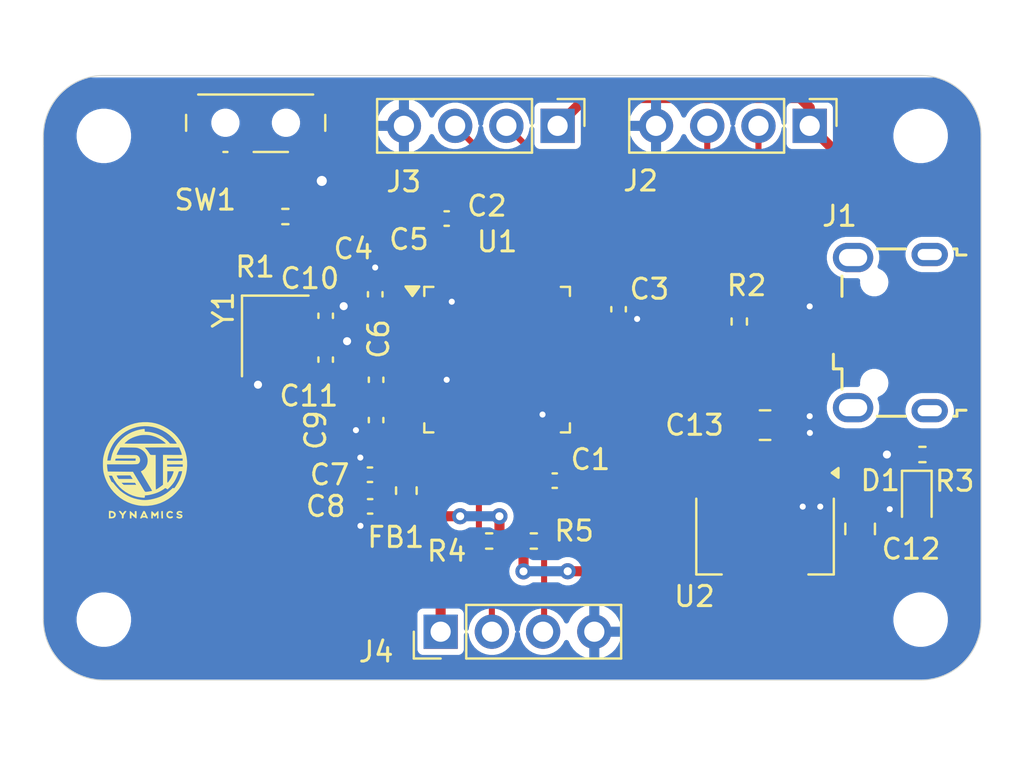
<source format=kicad_pcb>
(kicad_pcb (version 20240108) (generator "pcbnew") (generator_version "8.0")
  (layers (0 "F.Cu" signal) (31 "B.Cu" power) (34 "B.Paste" user) (35 "F.Paste" user) (36 "B.SilkS" user "B.Silkscreen") (37 "F.SilkS" user "F.Silkscreen") (38 "B.Mask" user) (39 "F.Mask" user) (44 "Edge.Cuts" user))
  (net 0 "")
  (net 1 "GND")
  (net 2 "+3.3V")
  (net 3 "+3.3VA")
  (net 4 "/NRST")
  (net 5 "/HSE_IN")
  (net 6 "/HSE_OUT")
  (net 7 "VBUS")
  (net 8 "/PWR_LED_K")
  (net 9 "/USB_D-")
  (net 11 "/USB_D+")
  (net 16 "/SWDIO")
  (net 17 "/SWCLK")
  (net 18 "/USART1_TX")
  (net 19 "/USART1_RX")
  (net 20 "/I2C2_SDA")
  (net 21 "/I2C2_SCL")
  (net 22 "/BOOT0")
  (net 23 "/SW_BOOT0")
  (footprint "MountingHole:MountingHole_2.2mm_M2" (layer "F.Cu") (at 167.5 118.4)
    (property "Reference" "H3" (hide yes))
    (property "Value" "MountingHole")
    (pad "" np_thru_hole circle (at 0 0) (size 2.2 2.2) (drill 2.2) (layers "*.Cu" "*.Mask"))
  )
  (footprint "Capacitor_SMD:C_0201_0603Metric" (layer "F.Cu") (at 144 99.677482)
    (property "Reference" "C5" (at -1.872334 -0.141844 0) (layer "F.SilkS"))
    (property "Value" "10u")
    (pad "1" smd roundrect (at -0.32 0) (size 0.46 0.4) (layers "F.Cu" "F.Mask") (net 2 "+3.3V"))
    (pad "2" smd roundrect (at 0.32 0) (size 0.46 0.4) (layers "F.Cu" "F.Mask") (net 1 "GND"))
  )
  (footprint "Capacitor_SMD:C_0402_1005Metric" (layer "F.Cu") (at 144 98.5)
    (property "Reference" "C2" (at 1.992479 -0.623937 0) (layer "F.SilkS"))
    (property "Value" "100n")
    (pad "1" smd roundrect (at -0.48 0) (size 0.56 0.62) (layers "F.Cu" "F.Paste" "F.Mask") (net 2 "+3.3V"))
    (pad "2" smd roundrect (at 0.48 0) (size 0.56 0.62) (layers "F.Cu" "F.Paste" "F.Mask") (net 1 "GND"))
  )
  (footprint "Capacitor_SMD:C_0402_1005Metric" (layer "F.Cu") (at 138 105.5 90)
    (property "Reference" "C11" (at -1.801299 -0.835019 180) (layer "F.SilkS"))
    (property "Value" "10pF")
    (pad "1" smd roundrect (at -0.48 0 90) (size 0.56 0.62) (layers "F.Cu" "F.Paste" "F.Mask") (net 6 "/HSE_OUT"))
    (pad "2" smd roundrect (at 0.48 0 90) (size 0.56 0.62) (layers "F.Cu" "F.Paste" "F.Mask") (net 1 "GND"))
  )
  (footprint "Resistor_SMD:R_0402_1005Metric" (layer "F.Cu") (at 136 98.4)
    (property "Reference" "R1" (at -1.5 2.5 0) (layer "F.SilkS"))
    (property "Value" "10k")
    (pad "1" smd roundrect (at -0.51 0) (size 0.54 0.64) (layers "F.Cu" "F.Paste" "F.Mask") (net 23 "/SW_BOOT0"))
    (pad "2" smd roundrect (at 0.51 0) (size 0.54 0.64) (layers "F.Cu" "F.Paste" "F.Mask") (net 22 "/BOOT0"))
  )
  (footprint "Crystal:Crystal_SMD_3225-4Pin_3.2x2.5mm" (layer "F.Cu") (at 135.5 104.324104 -90)
    (property "Reference" "Y1" (at -1.295113 2.578204 90) (layer "F.SilkS"))
    (property "Value" "16MHz")
    (pad "1" smd rect (at -1.1 0.85 270) (size 1.4 1.2) (layers "F.Cu" "F.Paste" "F.Mask") (net 5 "/HSE_IN"))
    (pad "2" smd rect (at 1.1 0.85 270) (size 1.4 1.2) (layers "F.Cu" "F.Paste" "F.Mask") (net 1 "GND"))
    (pad "3" smd rect (at 1.1 -0.85 270) (size 1.4 1.2) (layers "F.Cu" "F.Paste" "F.Mask") (net 6 "/HSE_OUT"))
    (pad "4" smd rect (at -1.1 -0.85 270) (size 1.4 1.2) (layers "F.Cu" "F.Paste" "F.Mask") (net 1 "GND"))
  )
  (footprint "Connector_PinHeader_2.54mm:PinHeader_1x04_P2.54mm_Vertical" (layer "F.Cu") (at 149.5 93.9 -90)
    (property "Reference" "J3" (at 2.775552 7.630284 180) (layer "F.SilkS"))
    (property "Value" "Conn_01x04_Pin")
    (pad "1" thru_hole rect (at 0 0 270) (size 1.7 1.7) (drill 1) (layers "*.Cu" "*.Mask") (net 2 "+3.3V"))
    (pad "2" thru_hole oval (at 0 2.54 270) (size 1.7 1.7) (drill 1) (layers "*.Cu" "*.Mask") (net 18 "/USART1_TX"))
    (pad "3" thru_hole oval (at 0 5.08 270) (size 1.7 1.7) (drill 1) (layers "*.Cu" "*.Mask") (net 19 "/USART1_RX"))
    (pad "4" thru_hole oval (at 0 7.62 270) (size 1.7 1.7) (drill 1) (layers "*.Cu" "*.Mask") (net 1 "GND"))
  )
  (footprint "Button_Switch_SMD:SW_SPDT_PCM12" (layer "F.Cu") (at 134.529126 94.076375 180)
    (property "Reference" "SW1" (at 2.5 -3.5 0) (layer "F.SilkS"))
    (property "Value" "SW_SPDT")
    (pad "" smd rect (at -3.65 -0.78 180) (size 1 0.8) (layers "F.Cu" "F.Paste" "F.Mask"))
    (pad "" smd rect (at -3.65 1.43 180) (size 1 0.8) (layers "F.Cu" "F.Paste" "F.Mask"))
    (pad "" np_thru_hole circle (at -1.5 0.33 180) (size 0.9 0.9) (drill 0.9) (layers "*.Cu" "*.Mask"))
    (pad "" np_thru_hole circle (at 1.5 0.33 180) (size 0.9 0.9) (drill 0.9) (layers "*.Cu" "*.Mask"))
    (pad "" smd rect (at 3.65 -0.78 180) (size 1 0.8) (layers "F.Cu" "F.Paste" "F.Mask"))
    (pad "" smd rect (at 3.65 1.43 180) (size 1 0.8) (layers "F.Cu" "F.Paste" "F.Mask"))
    (pad "1" smd rect (at -2.25 -1.43 180) (size 0.7 1.5) (layers "F.Cu" "F.Paste" "F.Mask") (net 1 "GND"))
    (pad "2" smd rect (at 0.75 -1.43 180) (size 0.7 1.5) (layers "F.Cu" "F.Paste" "F.Mask") (net 23 "/SW_BOOT0"))
    (pad "3" smd rect (at 2.25 -1.43 180) (size 0.7 1.5) (layers "F.Cu" "F.Paste" "F.Mask") (net 2 "+3.3V"))
  )
  (footprint "Package_QFP:LQFP-48_7x7mm_P0.5mm" (layer "F.Cu") (at 146.5 105.5)
    (property "Reference" "U1" (at 0 -5.85 0) (layer "F.SilkS"))
    (property "Value" "STM32F103C8T6")
    (pad "1" smd roundrect (at -4.1625 -2.75) (size 1.475 0.3) (layers "F.Cu" "F.Paste" "F.Mask") (net 2 "+3.3V"))
    (pad "2" smd roundrect (at -4.1625 -2.25) (size 1.475 0.3) (layers "F.Cu" "F.Paste" "F.Mask"))
    (pad "3" smd roundrect (at -4.1625 -1.75) (size 1.475 0.3) (layers "F.Cu" "F.Paste" "F.Mask"))
    (pad "4" smd roundrect (at -4.1625 -1.25) (size 1.475 0.3) (layers "F.Cu" "F.Paste" "F.Mask"))
    (pad "5" smd roundrect (at -4.1625 -0.75) (size 1.475 0.3) (layers "F.Cu" "F.Paste" "F.Mask") (net 5 "/HSE_IN"))
    (pad "6" smd roundrect (at -4.1625 -0.25) (size 1.475 0.3) (layers "F.Cu" "F.Paste" "F.Mask") (net 6 "/HSE_OUT"))
    (pad "7" smd roundrect (at -4.1625 0.25) (size 1.475 0.3) (layers "F.Cu" "F.Paste" "F.Mask") (net 4 "/NRST"))
    (pad "8" smd roundrect (at -4.1625 0.75) (size 1.475 0.3) (layers "F.Cu" "F.Paste" "F.Mask") (net 1 "GND"))
    (pad "9" smd roundrect (at -4.1625 1.25) (size 1.475 0.3) (layers "F.Cu" "F.Paste" "F.Mask") (net 3 "+3.3VA"))
    (pad "10" smd roundrect (at -4.1625 1.75) (size 1.475 0.3) (layers "F.Cu" "F.Paste" "F.Mask"))
    (pad "11" smd roundrect (at -4.1625 2.25) (size 1.475 0.3) (layers "F.Cu" "F.Paste" "F.Mask"))
    (pad "12" smd roundrect (at -4.1625 2.75) (size 1.475 0.3) (layers "F.Cu" "F.Paste" "F.Mask"))
    (pad "13" smd roundrect (at -2.75 4.1625) (size 0.3 1.475) (layers "F.Cu" "F.Paste" "F.Mask"))
    (pad "14" smd roundrect (at -2.25 4.1625) (size 0.3 1.475) (layers "F.Cu" "F.Paste" "F.Mask"))
    (pad "15" smd roundrect (at -1.75 4.1625) (size 0.3 1.475) (layers "F.Cu" "F.Paste" "F.Mask"))
    (pad "16" smd roundrect (at -1.25 4.1625) (size 0.3 1.475) (layers "F.Cu" "F.Paste" "F.Mask"))
    (pad "17" smd roundrect (at -0.75 4.1625) (size 0.3 1.475) (layers "F.Cu" "F.Paste" "F.Mask"))
    (pad "18" smd roundrect (at -0.25 4.1625) (size 0.3 1.475) (layers "F.Cu" "F.Paste" "F.Mask"))
    (pad "19" smd roundrect (at 0.25 4.1625) (size 0.3 1.475) (layers "F.Cu" "F.Paste" "F.Mask"))
    (pad "20" smd roundrect (at 0.75 4.1625) (size 0.3 1.475) (layers "F.Cu" "F.Paste" "F.Mask"))
    (pad "21" smd roundrect (at 1.25 4.1625) (size 0.3 1.475) (layers "F.Cu" "F.Paste" "F.Mask") (net 21 "/I2C2_SCL"))
    (pad "22" smd roundrect (at 1.75 4.1625) (size 0.3 1.475) (layers "F.Cu" "F.Paste" "F.Mask") (net 20 "/I2C2_SDA"))
    (pad "23" smd roundrect (at 2.25 4.1625) (size 0.3 1.475) (layers "F.Cu" "F.Paste" "F.Mask") (net 1 "GND"))
    (pad "24" smd roundrect (at 2.75 4.1625) (size 0.3 1.475) (layers "F.Cu" "F.Paste" "F.Mask") (net 2 "+3.3V"))
    (pad "25" smd roundrect (at 4.1625 2.75) (size 1.475 0.3) (layers "F.Cu" "F.Paste" "F.Mask"))
    (pad "26" smd roundrect (at 4.1625 2.25) (size 1.475 0.3) (layers "F.Cu" "F.Paste" "F.Mask"))
    (pad "27" smd roundrect (at 4.1625 1.75) (size 1.475 0.3) (layers "F.Cu" "F.Paste" "F.Mask"))
    (pad "28" smd roundrect (at 4.1625 1.25) (size 1.475 0.3) (layers "F.Cu" "F.Paste" "F.Mask"))
    (pad "29" smd roundrect (at 4.1625 0.75) (size 1.475 0.3) (layers "F.Cu" "F.Paste" "F.Mask"))
    (pad "30" smd roundrect (at 4.1625 0.25) (size 1.475 0.3) (layers "F.Cu" "F.Paste" "F.Mask"))
    (pad "31" smd roundrect (at 4.1625 -0.25) (size 1.475 0.3) (layers "F.Cu" "F.Paste" "F.Mask"))
    (pad "32" smd roundrect (at 4.1625 -0.75) (size 1.475 0.3) (layers "F.Cu" "F.Paste" "F.Mask") (net 9 "/USB_D-"))
    (pad "33" smd roundrect (at 4.1625 -1.25) (size 1.475 0.3) (layers "F.Cu" "F.Paste" "F.Mask") (net 11 "/USB_D+"))
    (pad "34" smd roundrect (at 4.1625 -1.75) (size 1.475 0.3) (layers "F.Cu" "F.Paste" "F.Mask") (net 16 "/SWDIO"))
    (pad "35" smd roundrect (at 4.1625 -2.25) (size 1.475 0.3) (layers "F.Cu" "F.Paste" "F.Mask") (net 1 "GND"))
    (pad "36" smd roundrect (at 4.1625 -2.75) (size 1.475 0.3) (layers "F.Cu" "F.Paste" "F.Mask") (net 2 "+3.3V"))
    (pad "37" smd roundrect (at 2.75 -4.1625) (size 0.3 1.475) (layers "F.Cu" "F.Paste" "F.Mask") (net 17 "/SWCLK"))
    (pad "38" smd roundrect (at 2.25 -4.1625) (size 0.3 1.475) (layers "F.Cu" "F.Paste" "F.Mask"))
    (pad "39" smd roundrect (at 1.75 -4.1625) (size 0.3 1.475) (layers "F.Cu" "F.Paste" "F.Mask"))
    (pad "40" smd roundrect (at 1.25 -4.1625) (size 0.3 1.475) (layers "F.Cu" "F.Paste" "F.Mask"))
    (pad "41" smd roundrect (at 0.75 -4.1625) (size 0.3 1.475) (layers "F.Cu" "F.Paste" "F.Mask"))
    (pad "42" smd roundrect (at 0.25 -4.1625) (size 0.3 1.475) (layers "F.Cu" "F.Paste" "F.Mask") (net 18 "/USART1_TX"))
    (pad "43" smd roundrect (at -0.25 -4.1625) (size 0.3 1.475) (layers "F.Cu" "F.Paste" "F.Mask") (net 19 "/USART1_RX"))
    (pad "44" smd roundrect (at -0.75 -4.1625) (size 0.3 1.475) (layers "F.Cu" "F.Paste" "F.Mask") (net 22 "/BOOT0"))
    (pad "45" smd roundrect (at -1.25 -4.1625) (size 0.3 1.475) (layers "F.Cu" "F.Paste" "F.Mask"))
    (pad "46" smd roundrect (at -1.75 -4.1625) (size 0.3 1.475) (layers "F.Cu" "F.Paste" "F.Mask"))
    (pad "47" smd roundrect (at -2.25 -4.1625) (size 0.3 1.475) (layers "F.Cu" "F.Paste" "F.Mask") (net 1 "GND"))
    (pad "48" smd roundrect (at -2.75 -4.1625) (size 0.3 1.475) (layers "F.Cu" "F.Paste" "F.Mask") (net 2 "+3.3V"))
  )
  (footprint "Capacitor_SMD:C_0402_1005Metric" (layer "F.Cu") (at 140.457034 102.258562 90)
    (property "Reference" "C4" (at 2.258562 -1.085634 180) (layer "F.SilkS"))
    (property "Value" "100n")
    (pad "1" smd roundrect (at -0.48 0 90) (size 0.56 0.62) (layers "F.Cu" "F.Paste" "F.Mask") (net 2 "+3.3V"))
    (pad "2" smd roundrect (at 0.48 0 90) (size 0.56 0.62) (layers "F.Cu" "F.Paste" "F.Mask") (net 1 "GND"))
  )
  (footprint "Capacitor_SMD:C_0402_1005Metric" (layer "F.Cu") (at 140.5 106.5 90)
    (property "Reference" "C6" (at 2.023068 0.122711 -90) (layer "F.SilkS"))
    (property "Value" "10n")
    (pad "1" smd roundrect (at -0.48 0 90) (size 0.56 0.62) (layers "F.Cu" "F.Paste" "F.Mask") (net 3 "+3.3VA"))
    (pad "2" smd roundrect (at 0.48 0 90) (size 0.56 0.62) (layers "F.Cu" "F.Paste" "F.Mask") (net 1 "GND"))
  )
  (footprint "Connector_USB:USB_Micro-B_Wuerth_629105150521" (layer "F.Cu") (at 166 104.158629 90)
    (property "Reference" "J1" (at 5.778828 -2.520398 180) (layer "F.SilkS"))
    (property "Value" "USB_B_Micro")
    (pad "" np_thru_hole oval (at -2.5 -0.8 90) (size 0.8 0.8) (drill 0.8) (layers "*.Cu" "*.Mask"))
    (pad "" np_thru_hole oval (at 2.5 -0.8 90) (size 0.8 0.8) (drill 0.8) (layers "*.Cu" "*.Mask"))
    (pad "1" smd rect (at -1.3 -1.9 90) (size 0.45 1.3) (layers "F.Cu" "F.Paste" "F.Mask") (net 7 "VBUS"))
    (pad "2" smd rect (at -0.65 -1.9 90) (size 0.45 1.3) (layers "F.Cu" "F.Paste" "F.Mask") (net 9 "/USB_D-"))
    (pad "3" smd rect (at 0 -1.9 90) (size 0.45 1.3) (layers "F.Cu" "F.Paste" "F.Mask") (net 11 "/USB_D+"))
    (pad "4" smd rect (at 0.65 -1.9 90) (size 0.45 1.3) (layers "F.Cu" "F.Paste" "F.Mask"))
    (pad "5" smd rect (at 1.3 -1.9 90) (size 0.45 1.3) (layers "F.Cu" "F.Paste" "F.Mask") (net 1 "GND"))
    (pad "6" thru_hole oval (at -3.875 1.95 90) (size 1.15 1.8) (drill oval 0.55 1.2) (layers "*.Cu" "*.Mask"))
    (pad "6" thru_hole oval (at -3.725 -1.85 90) (size 1.45 2) (drill oval 0.85 1.4) (layers "*.Cu" "*.Mask"))
    (pad "6" thru_hole oval (at 3.725 -1.85 90) (size 1.45 2) (drill oval 0.85 1.4) (layers "*.Cu" "*.Mask"))
    (pad "6" thru_hole oval (at 3.875 1.95 90) (size 1.15 1.8) (drill oval 0.55 1.2) (layers "*.Cu" "*.Mask"))
  )
  (footprint "LOGO" (layer "F.Cu") (at 129 111)
    (property "Reference" "G***" (hide yes))
    (property "Value" "LOGO" (hide yes))
  )
  (footprint "Capacitor_SMD:C_0805_2012Metric" (layer "F.Cu") (at 159.78591 108.749348)
    (property "Reference" "C13" (at -3.5 0 0) (layer "F.SilkS"))
    (property "Value" "22u")
    (pad "1" smd roundrect (at -0.95 0) (size 1 1.45) (layers "F.Cu" "F.Paste" "F.Mask") (net 7 "VBUS"))
    (pad "2" smd roundrect (at 0.95 0) (size 1 1.45) (layers "F.Cu" "F.Paste" "F.Mask") (net 1 "GND"))
  )
  (footprint "Capacitor_SMD:C_0402_1005Metric" (layer "F.Cu") (at 149.357734 111.505022 180)
    (property "Reference" "C1" (at -1.770132 1.050024 0) (layer "F.SilkS"))
    (property "Value" "100n")
    (pad "1" smd roundrect (at -0.48 0 180) (size 0.56 0.62) (layers "F.Cu" "F.Paste" "F.Mask") (net 2 "+3.3V"))
    (pad "2" smd roundrect (at 0.48 0 180) (size 0.56 0.62) (layers "F.Cu" "F.Paste" "F.Mask") (net 1 "GND"))
  )
  (footprint "MountingHole:MountingHole_2.2mm_M2" (layer "F.Cu") (at 127 94.4)
    (property "Reference" "H1" (hide yes))
    (property "Value" "MountingHole")
    (pad "" np_thru_hole circle (at 0 0) (size 2.2 2.2) (drill 2.2) (layers "*.Cu" "*.Mask"))
  )
  (footprint "Capacitor_SMD:C_0402_1005Metric" (layer "F.Cu") (at 152.52296 103 -90)
    (property "Reference" "C3" (at -1 -1.527919 180) (layer "F.SilkS"))
    (property "Value" "100n")
    (pad "1" smd roundrect (at -0.48 0 270) (size 0.56 0.62) (layers "F.Cu" "F.Paste" "F.Mask") (net 2 "+3.3V"))
    (pad "2" smd roundrect (at 0.48 0 270) (size 0.56 0.62) (layers "F.Cu" "F.Paste" "F.Mask") (net 1 "GND"))
  )
  (footprint "Resistor_SMD:R_0402_1005Metric" (layer "F.Cu") (at 146.107044 114.5 180)
    (property "Reference" "R4" (at 2.107044 -0.5 0) (layer "F.SilkS"))
    (property "Value" "2k2")
    (pad "1" smd roundrect (at -0.51 0 180) (size 0.54 0.64) (layers "F.Cu" "F.Paste" "F.Mask") (net 2 "+3.3V"))
    (pad "2" smd roundrect (at 0.51 0 180) (size 0.54 0.64) (layers "F.Cu" "F.Paste" "F.Mask") (net 21 "/I2C2_SCL"))
  )
  (footprint "Capacitor_SMD:C_0402_1005Metric" (layer "F.Cu") (at 140.5 108.5 -90)
    (property "Reference" "C9" (at 0.5 3 90) (layer "F.SilkS"))
    (property "Value" "100n")
    (pad "1" smd roundrect (at -0.48 0 270) (size 0.56 0.62) (layers "F.Cu" "F.Paste" "F.Mask") (net 4 "/NRST"))
    (pad "2" smd roundrect (at 0.48 0 270) (size 0.56 0.62) (layers "F.Cu" "F.Paste" "F.Mask") (net 1 "GND"))
  )
  (footprint "Capacitor_SMD:C_0805_2012Metric" (layer "F.Cu") (at 164.5 113.9 90)
    (property "Reference" "C12" (at -1 2.525973 180) (layer "F.SilkS"))
    (property "Value" "22u")
    (pad "1" smd roundrect (at -0.95 0 90) (size 1 1.45) (layers "F.Cu" "F.Paste" "F.Mask") (net 2 "+3.3V"))
    (pad "2" smd roundrect (at 0.95 0 90) (size 1 1.45) (layers "F.Cu" "F.Paste" "F.Mask") (net 1 "GND"))
  )
  (footprint "Resistor_SMD:R_0402_1005Metric" (layer "F.Cu") (at 167.589356 110.207051 180)
    (property "Reference" "R3" (at -1.598484 -1.321581 180) (layer "F.SilkS"))
    (property "Value" "1k5")
    (pad "1" smd roundrect (at -0.51 0 180) (size 0.54 0.64) (layers "F.Cu" "F.Paste" "F.Mask") (net 8 "/PWR_LED_K"))
    (pad "2" smd roundrect (at 0.51 0 180) (size 0.54 0.64) (layers "F.Cu" "F.Paste" "F.Mask") (net 1 "GND"))
  )
  (footprint "Inductor_SMD:L_0603_1608Metric" (layer "F.Cu") (at 142 112 90)
    (property "Reference" "FB1" (at -2.313255 -0.523344 180) (layer "F.SilkS"))
    (property "Value" "120R")
    (pad "1" smd roundrect (at -0.7875 0 90) (size 0.875 0.95) (layers "F.Cu" "F.Paste" "F.Mask") (net 2 "+3.3V"))
    (pad "2" smd roundrect (at 0.7875 0 90) (size 0.875 0.95) (layers "F.Cu" "F.Paste" "F.Mask") (net 3 "+3.3VA"))
  )
  (footprint "Package_TO_SOT_SMD:SOT-223-3_TabPin2" (layer "F.Cu") (at 159.78591 114.249348 -90)
    (property "Reference" "U2" (at 3 3.5 180) (layer "F.SilkS"))
    (property "Value" "AMS1117-3.3")
    (pad "1" smd roundrect (at -3.15 -2.3 270) (size 2 1.5) (layers "F.Cu" "F.Paste" "F.Mask") (net 1 "GND"))
    (pad "2" smd roundrect (at -3.15 0 270) (size 2 1.5) (layers "F.Cu" "F.Paste" "F.Mask") (net 2 "+3.3V"))
    (pad "2" smd roundrect (at 3.15 0 270) (size 2 3.8) (layers "F.Cu" "F.Paste" "F.Mask") (net 2 "+3.3V"))
    (pad "3" smd roundrect (at -3.15 2.3 270) (size 2 1.5) (layers "F.Cu" "F.Paste" "F.Mask") (net 7 "VBUS"))
  )
  (footprint "Resistor_SMD:R_0402_1005Metric" (layer "F.Cu") (at 158.507519 103.609117 -90)
    (property "Reference" "R2" (at -1.785299 -0.363111 0) (layer "F.SilkS"))
    (property "Value" "1k5")
    (pad "1" smd roundrect (at -0.51 0 270) (size 0.54 0.64) (layers "F.Cu" "F.Paste" "F.Mask") (net 2 "+3.3V"))
    (pad "2" smd roundrect (at 0.51 0 270) (size 0.54 0.64) (layers "F.Cu" "F.Paste" "F.Mask") (net 11 "/USB_D+"))
  )
  (footprint "Resistor_SMD:R_0402_1005Metric" (layer "F.Cu") (at 148.32 114.5)
    (property "Reference" "R5" (at 2 -0.5 0) (layer "F.SilkS"))
    (property "Value" "2k2")
    (pad "1" smd roundrect (at -0.51 0) (size 0.54 0.64) (layers "F.Cu" "F.Paste" "F.Mask") (net 2 "+3.3V"))
    (pad "2" smd roundrect (at 0.51 0) (size 0.54 0.64) (layers "F.Cu" "F.Paste" "F.Mask") (net 20 "/I2C2_SDA"))
  )
  (footprint "LED_SMD:LED_0603_1608Metric" (layer "F.Cu") (at 167.310923 112.5 -90)
    (property "Reference" "D1" (at -1 1.810923 180) (layer "F.SilkS"))
    (property "Value" "RED")
    (pad "1" smd roundrect (at -0.7875 0 270) (size 0.875 0.95) (layers "F.Cu" "F.Paste" "F.Mask") (net 8 "/PWR_LED_K"))
    (pad "2" smd roundrect (at 0.7875 0 270) (size 0.875 0.95) (layers "F.Cu" "F.Paste" "F.Mask") (net 2 "+3.3V"))
  )
  (footprint "Capacitor_SMD:C_0402_1005Metric" (layer "F.Cu") (at 140.204344 112.780833 180)
    (property "Reference" "C8" (at 2.204344 0 0) (layer "F.SilkS"))
    (property "Value" "1u")
    (pad "1" smd roundrect (at -0.48 0 180) (size 0.56 0.62) (layers "F.Cu" "F.Paste" "F.Mask") (net 2 "+3.3V"))
    (pad "2" smd roundrect (at 0.48 0 180) (size 0.56 0.62) (layers "F.Cu" "F.Paste" "F.Mask") (net 1 "GND"))
  )
  (footprint "Connector_PinHeader_2.54mm:PinHeader_1x04_P2.54mm_Vertical" (layer "F.Cu") (at 143.7 119 90)
    (property "Reference" "J4" (at -1 -3.2 180) (layer "F.SilkS"))
    (property "Value" "Conn_01x04_Pin")
    (pad "1" thru_hole rect (at 0 0 90) (size 1.7 1.7) (drill 1) (layers "*.Cu" "*.Mask") (net 2 "+3.3V"))
    (pad "2" thru_hole oval (at 0 2.54 90) (size 1.7 1.7) (drill 1) (layers "*.Cu" "*.Mask") (net 21 "/I2C2_SCL"))
    (pad "3" thru_hole oval (at 0 5.08 90) (size 1.7 1.7) (drill 1) (layers "*.Cu" "*.Mask") (net 20 "/I2C2_SDA"))
    (pad "4" thru_hole oval (at 0 7.62 90) (size 1.7 1.7) (drill 1) (layers "*.Cu" "*.Mask") (net 1 "GND"))
  )
  (footprint "Capacitor_SMD:C_0402_1005Metric" (layer "F.Cu") (at 138 103.324104 90)
    (property "Reference" "C10" (at 1.851299 -0.786177 180) (layer "F.SilkS"))
    (property "Value" "10pF")
    (pad "1" smd roundrect (at -0.48 0 90) (size 0.56 0.62) (layers "F.Cu" "F.Paste" "F.Mask") (net 5 "/HSE_IN"))
    (pad "2" smd roundrect (at 0.48 0 90) (size 0.56 0.62) (layers "F.Cu" "F.Paste" "F.Mask") (net 1 "GND"))
  )
  (footprint "MountingHole:MountingHole_2.2mm_M2" (layer "F.Cu") (at 167.5 94.4)
    (property "Reference" "H2" (hide yes))
    (property "Value" "MountingHole")
    (pad "" np_thru_hole circle (at 0 0) (size 2.2 2.2) (drill 2.2) (layers "*.Cu" "*.Mask"))
  )
  (footprint "Capacitor_SMD:C_0402_1005Metric" (layer "F.Cu") (at 140.196039 111.211575 180)
    (property "Reference" "C7" (at 2 0 0) (layer "F.SilkS"))
    (property "Value" "1u")
    (pad "1" smd roundrect (at -0.48 0 180) (size 0.56 0.62) (layers "F.Cu" "F.Paste" "F.Mask") (net 3 "+3.3VA"))
    (pad "2" smd roundrect (at 0.48 0 180) (size 0.56 0.62) (layers "F.Cu" "F.Paste" "F.Mask") (net 1 "GND"))
  )
  (footprint "Connector_PinHeader_2.54mm:PinHeader_1x04_P2.54mm_Vertical" (layer "F.Cu") (at 162 93.9 -90)
    (property "Reference" "J2" (at 2.730532 8.382906 180) (layer "F.SilkS"))
    (property "Value" "Conn_01x04_Pin")
    (pad "1" thru_hole rect (at 0 0 270) (size 1.7 1.7) (drill 1) (layers "*.Cu" "*.Mask") (net 2 "+3.3V"))
    (pad "2" thru_hole oval (at 0 2.54 270) (size 1.7 1.7) (drill 1) (layers "*.Cu" "*.Mask") (net 16 "/SWDIO"))
    (pad "3" thru_hole oval (at 0 5.08 270) (size 1.7 1.7) (drill 1) (layers "*.Cu" "*.Mask") (net 17 "/SWCLK"))
    (pad "4" thru_hole oval (at 0 7.62 270) (size 1.7 1.7) (drill 1) (layers "*.Cu" "*.Mask") (net 1 "GND"))
  )
  (footprint "MountingHole:MountingHole_2.2mm_M2" (layer "F.Cu") (at 127 118.4)
    (property "Reference" "H4" (hide yes))
    (property "Value" "MountingHole")
    (pad "" np_thru_hole circle (at 0 0) (size 2.2 2.2) (drill 2.2) (layers "*.Cu" "*.Mask"))
  )
  (gr_arc (start 124 94.4) (mid 124.87868 92.27868) (end 127 91.4) (stroke (width 0.05)) (layer "Edge.Cuts"))
  (gr_line (start 124 118.4) (end 124 94.9) (stroke (width 0.05)) (layer "Edge.Cuts"))
  (gr_arc (start 167.5 91.4) (mid 169.62132 92.27868) (end 170.5 94.4) (stroke (width 0.05)) (layer "Edge.Cuts"))
  (gr_line (start 124 94.9) (end 124 94.4) (stroke (width 0.05)) (layer "Edge.Cuts"))
  (gr_line (start 167 121.4) (end 167.5 121.4) (stroke (width 0.05)) (layer "Edge.Cuts"))
  (gr_line (start 170.5 94.9) (end 170.5 94.4) (stroke (width 0.05)) (layer "Edge.Cuts"))
  (gr_line (start 167 121.4) (end 127 121.4) (stroke (width 0.05)) (layer "Edge.Cuts"))
  (gr_arc (start 170.5 118.4) (mid 169.62132 120.52132) (end 167.5 121.4) (stroke (width 0.05)) (layer "Edge.Cuts"))
  (gr_line (start 127 91.4) (end 167 91.4) (stroke (width 0.05)) (layer "Edge.Cuts"))
  (gr_line (start 170.5 94.9) (end 170.5 118.4) (stroke (width 0.05)) (layer "Edge.Cuts"))
  (gr_line (start 167 91.4) (end 167.5 91.4) (stroke (width 0.05)) (layer "Edge.Cuts"))
  (gr_arc (start 127 121.4) (mid 124.87868 120.52132) (end 124 118.4) (stroke (width 0.05)) (layer "Edge.Cuts"))
  (segment (start 134.643806 106.743364) (end 134.65 106.73717) (width 0.5) (layer "F.Cu") (net 1))
  (segment (start 144.25 100.49688) (end 144.32 100.42688) (width 0.3) (layer "F.Cu") (net 1))
  (segment (start 152.52296 103.48) (end 152.832959 103.48) (width 0.3) (layer "F.Cu") (net 1))
  (segment (start 167.079356 110.207051) (end 165.828832 110.207051) (width 0.5) (layer "F.Cu") (net 1))
  (segment (start 139.5 109) (end 139.503801 108.996199) (width 0.5) (layer "F.Cu") (net 1))
  (segment (start 139.717543 110.782457) (end 139.717543 110.359503) (width 0.5) (layer "F.Cu") (net 1))
  (segment (start 144.32 99.38467) (end 144.48 99.22467) (width 0.3) (layer "F.Cu") (net 1))
  (segment (start 144.32 99.677482) (end 144.32 99.38467) (width 0.3) (layer "F.Cu") (net 1))
  (segment (start 137.132983 96.632983) (end 137.806973 96.632983) (width 0.5) (layer "F.Cu") (net 1))
  (segment (start 152.833899 103.48094) (end 153.442822 103.48094) (width 0.3) (layer "F.Cu") (net 1))
  (segment (start 136.779126 96.279126) (end 137.132983 96.632983) (width 0.5) (layer "F.Cu") (net 1))
  (segment (start 144.48 99.22467) (end 144.48 98.5) (width 0.3) (layer "F.Cu") (net 1))
  (segment (start 139.503801 108.996199) (end 140.479658 108.996199) (width 0.5) (layer "F.Cu") (net 1))
  (segment (start 141.49688 106.25) (end 141.26688 106.02) (width 0.3) (layer "F.Cu") (net 1))
  (segment (start 142.3375 106.25) (end 141.49688 106.25) (width 0.3) (layer "F.Cu") (net 1))
  (segment (start 143.5 106.5) (end 143.25 106.25) (width 0.3) (layer "F.Cu") (net 1))
  (segment (start 148.75 109.6625) (end 148.75 108.226123) (width 0.3) (layer "F.Cu") (net 1))
  (segment (start 138.890013 102.844104) (end 138.893305 102.847396) (width 0.5) (layer "F.Cu") (net 1))
  (segment (start 140.457034 100.930707) (end 140.454341 100.928014) (width 0.5) (layer "F.Cu") (net 1))
  (segment (start 164.1 102.858629) (end 162 102.858629) (width 0.3) (layer "F.Cu") (net 1))
  (segment (start 152.832959 103.48) (end 152.833899 103.48094) (width 0.3) (layer "F.Cu") (net 1))
  (segment (start 134.65 106.73717) (end 134.65 105.424104) (width 0.5) (layer "F.Cu") (net 1))
  (segment (start 138 102.844104) (end 136.73 102.844104) (width 0.5) (layer "F.Cu") (net 1))
  (segment (start 148.75 111.377288) (end 148.877734 111.505022) (width 0.3) (layer "F.Cu") (net 1))
  (segment (start 144 106.5) (end 143.5 106.5) (width 0.3) (layer "F.Cu") (net 1))
  (segment (start 144.25 102.623458) (end 144.251856 102.625314) (width 0.3) (layer "F.Cu") (net 1))
  (segment (start 138 102.844104) (end 138.890013 102.844104) (width 0.5) (layer "F.Cu") (net 1))
  (segment (start 136.779126 95.506375) (end 136.779126 96.279126) (width 0.5) (layer "F.Cu") (net 1))
  (segment (start 138.626188 105.02) (end 139.061001 104.585187) (width 0.5) (layer "F.Cu") (net 1))
  (segment (start 144.25 101.3375) (end 144.25 100.49688) (width 0.3) (layer "F.Cu") (net 1))
  (segment (start 136.779126 96.279126) (end 137 96.5) (width 0.5) (layer "F.Cu") (net 1))
  (segment (start 148.75 109.6625) (end 148.75 111.377288) (width 0.3) (layer "F.Cu") (net 1))
  (segment (start 151.709209 103.25) (end 151.939209 103.48) (width 0.3) (layer "F.Cu") (net 1))
  (segment (start 139.724344 112.780833) (end 139.724344 113.746545) (width 0.5) (layer "F.Cu") (net 1))
  (segment (start 138 105.02) (end 138.626188 105.02) (width 0.5) (layer "F.Cu") (net 1))
  (segment (start 150.6625 103.25) (end 151.709209 103.25) (width 0.3) (layer "F.Cu") (net 1))
  (segment (start 144.25 101.3375) (end 144.25 102.623458) (width 0.3) (layer "F.Cu") (net 1))
  (segment (start 141.26688 106.02) (end 140.5 106.02) (width 0.3) (layer "F.Cu") (net 1))
  (segment (start 148.75 108.226123) (end 148.752065 108.224058) (width 0.3) (layer "F.Cu") (net 1))
  (segment (start 143.25 106.25) (end 142.3375 106.25) (width 0.3) (layer "F.Cu") (net 1))
  (segment (start 139.716039 110.783961) (end 139.717543 110.782457) (width 0.5) (layer "F.Cu") (net 1))
  (segment (start 151.939209 103.48) (end 152.52296 103.48) (width 0.3) (layer "F.Cu") (net 1))
  (segment (start 140.457034 101.778562) (end 140.457034 100.930707) (width 0.5) (layer "F.Cu") (net 1))
  (segment (start 136.73 102.844104) (end 136.35 103.224104) (width 0.5) (layer "F.Cu") (net 1))
  (segment (start 139.716039 111.211575) (end 139.716039 110.783961) (width 0.5) (layer "F.Cu") (net 1))
  (segment (start 144.32 100.42688) (end 144.32 99.677482) (width 0.3) (layer "F.Cu") (net 1))
  (via (at 139.5 109) (size 0.6) (drill 0.3) (layers "F.Cu" "B.Cu") (net 1))
  (via (at 162 102.858629) (size 0.8) (drill 0.3) (layers "F.Cu" "B.Cu") (net 1))
  (via (at 162.009119 109.136798) (size 0.7) (drill 0.3) (layers "F.Cu" "B.Cu") (net 1))
  (via (at 140.454341 100.928014) (size 0.6) (drill 0.3) (layers "F.Cu" "B.Cu") (net 1))
  (via (at 139.061001 104.585187) (size 0.8) (drill 0.4) (layers "F.Cu" "B.Cu") (net 1))
  (via (at 137.806973 96.632983) (size 1) (drill 0.5) (layers "F.Cu" "B.Cu") (net 1))
  (via (at 144.251856 102.625314) (size 0.6) (drill 0.3) (layers "F.Cu" "B.Cu") (net 1))
  (via (at 165.828832 110.207051) (size 0.8) (drill 0.4) (layers "F.Cu" "B.Cu") (net 1))
  (via (at 153.442822 103.48094) (size 0.8) (drill 0.3) (layers "F.Cu" "B.Cu") (net 1))
  (via (at 138.893305 102.847396) (size 0.8) (drill 0.4) (layers "F.Cu" "B.Cu") (net 1))
  (via (at 144 106.5) (size 0.6) (drill 0.3) (layers "F.Cu" "B.Cu") (net 1))
  (via (at 139.724344 113.746545) (size 0.6) (drill 0.3) (layers "F.Cu" "B.Cu") (net 1))
  (via (at 165.969242 112.92101) (size 0.7) (drill 0.3) (layers "F.Cu" "B.Cu") (net 1))
  (via (at 162 108.306888) (size 0.7) (drill 0.3) (layers "F.Cu" "B.Cu") (net 1))
  (via (at 148.752065 108.224058) (size 0.6) (drill 0.3) (layers "F.Cu" "B.Cu") (net 1))
  (via (at 161.654419 112.792651) (size 0.7) (drill 0.3) (layers "F.Cu" "B.Cu") (net 1))
  (via (at 134.643806 106.743364) (size 0.8) (drill 0.4) (layers "F.Cu" "B.Cu") (net 1))
  (via (at 162.523308 112.792651) (size 0.7) (drill 0.3) (layers "F.Cu" "B.Cu") (net 1))
  (via (at 139.717543 110.359503) (size 0.6) (drill 0.3) (layers "F.Cu" "B.Cu") (net 1))
  (segment (start 146.617044 114.5) (end 146.617044 113.272693) (width 0.5) (layer "F.Cu") (net 2))
  (segment (start 151.75 102.75) (end 151.98 102.52) (width 0.3) (layer "F.Cu") (net 2))
  (segment (start 143.68 99.383191) (end 143.52 99.223191) (width 0.3) (layer "F.Cu") (net 2))
  (segment (start 154 116) (end 152.5 116) (width 0.5) (layer "F.Cu") (net 2))
  (segment (start 158.5 98.5) (end 154.48 102.52) (width 0.5) (layer "F.Cu") (net 2))
  (segment (start 133 101) (end 133 100) (width 0.5) (layer "F.Cu") (net 2))
  (segment (start 164.5 117) (end 162 119.5) (width 0.5) (layer "F.Cu") (net 2))
  (segment (start 152.5 116) (end 149.837734 113.337734) (width 0.5) (layer "F.Cu") (net 2))
  (segment (start 140.147035 102.738562) (end 140.457034 102.738562) (width 0.5) (layer "F.Cu") (net 2))
  (segment (start 143.68 100.42688) (end 143.68 99.677482) (width 0.3) (layer "F.Cu") (net 2))
  (segment (start 140.691011 112.7875) (end 140.684344 112.780833) (width 0.5) (layer "F.Cu") (net 2))
  (segment (start 143.75 101.3375) (end 143.75 100.49688) (width 0.3) (layer "F.Cu") (net 2))
  (segment (start 143.68 99.677482) (end 143.68 99.383191) (width 0.3) (layer "F.Cu") (net 2))
  (segment (start 149.837734 111.049311) (end 149.837734 111.505022) (width 0.3) (layer "F.Cu") (net 2))
  (segment (start 164.5 114.85) (end 164.5 117) (width 0.5) (layer "F.Cu") (net 2))
  (segment (start 157.5 119.5) (end 154 116) (width 0.5) (layer "F.Cu") (net 2))
  (segment (start 132.279126 99.279126) (end 132.279126 95.506375) (width 0.5) (layer "F.Cu") (net 2))
  (segment (start 140.468472 102.75) (end 140.457034 102.738562) (width 0.3) (layer "F.Cu") (net 2))
  (segment (start 154.48 102.52) (end 152.52296 102.52) (width 0.5) (layer "F.Cu") (net 2))
  (segment (start 143.7 114) (end 143.7 115) (width 0.5) (layer "F.Cu") (net 2))
  (segment (start 152.5 116) (end 150 116) (width 0.5) (layer "F.Cu") (net 2))
  (segment (start 166.354056 101.675984) (end 166.354056 98.254056) (width 0.5) (layer "F.Cu") (net 2))
  (segment (start 158.507519 98.507519) (end 158.507519 103.099117) (width 0.5) (layer "F.Cu") (net 2))
  (segment (start 146.617044 114.5) (end 147.81 114.5) (width 0.5) (layer "F.Cu") (net 2))
  (segment (start 138.408473 101) (end 140.147035 102.738562) (width 0.5) (layer "F.Cu") (net 2))
  (segment (start 167.7125 113.2875) (end 169.678072 111.321928) (width 0.5) (layer "F.Cu") (net 2))
  (segment (start 147.81 116.00274) (end 147.806965 116.005775) (width 0.5) (layer "F.Cu") (net 2))
  (segment (start 133 111) (end 133 101) (width 0.5) (layer "F.Cu") (net 2))
  (segment (start 143.297279 112.78575) (end 143.295529 112.7875) (width 0.5) (layer "F.Cu") (net 2))
  (segment (start 140.908473 98.5) (end 143.52 98.5) (width 0.5) (layer "F.Cu") (net 2))
  (segment (start 143.782633 113.271104) (end 143.7 113.353737) (width 0.5) (layer "F.Cu") (net 2))
  (segment (start 149.25 109.6625) (end 149.25 110.461577) (width 0.3) (layer "F.Cu") (net 2))
  (segment (start 149.25 110.461577) (end 149.837734 111.049311) (width 0.3) (layer "F.Cu") (net 2))
  (segment (start 133 100) (end 132.279126 99.279126) (width 0.5) (layer "F.Cu") (net 2))
  (segment (start 161.519377 92.519377) (end 150.880623 92.519377) (width 0.5) (layer "F.Cu") (net 2))
  (segment (start 138.408473 101) (end 140.908473 98.5) (width 0.5) (layer "F.Cu") (net 2))
  (segment (start 169.678072 111.321928) (end 169.678072 105) (width 0.5) (layer "F.Cu") (net 2))
  (segment (start 133 101) (end 138.408473 101) (width 0.5) (layer "F.Cu") (net 2))
  (segment (start 165.748423 114.85) (end 167.310923 113.2875) (width 0.5) (layer "F.Cu") (net 2))
  (segment (start 162 93) (end 161.519377 92.519377) (width 0.5) (layer "F.Cu") (net 2))
  (segment (start 144.667133 113.271104) (end 143.782633 113.271104) (width 0.5) (layer "F.Cu") (net 2))
  (segment (start 166.354056 98.254056) (end 164.05 95.95) (width 0.5) (layer "F.Cu") (net 2))
  (segment (start 146.617044 113.272693) (end 146.615455 113.271104) (width 0.5) (layer "F.Cu") (net 2))
  (segment (start 164.5 114.85) (end 165.748423 114.85) (width 0.5) (layer "F.Cu") (net 2))
  (segment (start 161.05 95.95) (end 158.5 98.5) (width 0.5) (layer "F.Cu") (net 2))
  (segment (start 164.05 95.95) (end 161.05 95.95) (width 0.5) (layer "F.Cu") (net 2))
  (segment (start 150.880623 92.519377) (end 149.5 93.9) (width 0.5) (layer "F.Cu") (net 2))
  (segment (start 142 112.7875) (end 140.691011 112.7875) (width 0.5) (layer "F.Cu") (net 2))
  (segment (start 143.52 99.223191) (end 143.52 98.5) (width 0.3) (layer "F.Cu") (net 2))
  (segment (start 147.81 114.5) (end 147.81 116.00274) (width 0.5) (layer "F.Cu") (net 2))
  (segment (start 143.7 115) (end 143.7 119) (width 0.5) (layer "F.Cu") (net 2))
  (segment (start 143.659175 114) (end 142.368 115.291175) (width 0.5) (layer "F.Cu") (net 2))
  (segment (start 143.75 100.49688) (end 143.68 100.42688) (width 0.3) (layer "F.Cu") (net 2))
  (segment (start 142.3375 102.75) (end 140.468472 102.75) (width 0.3) (layer "F.Cu") (net 2))
  (segment (start 169.678072 105) (end 166.354056 101.675984) (width 0.5) (layer "F.Cu") (net 2))
  (segment (start 150.6625 102.75) (end 151.75 102.75) (width 0.3) (layer "F.Cu") (net 2))
  (segment (start 167.310923 113.2875) (end 167.7125 113.2875) (width 0.5) (layer "F.Cu") (net 2))
  (segment (start 143.782633 113.271104) (end 143.297279 112.78575) (width 0.5) (layer "F.Cu") (net 2))
  (segment (start 142.368 115.291175) (end 137.291175 115.291175) (width 0.5) (layer "F.Cu") (net 2))
  (segment (start 162 119.5) (end 157.5 119.5) (width 0.5) (layer "F.Cu") (net 2))
  (segment (start 162 93.9) (end 162 93) (width 0.5) (layer "F.Cu") (net 2))
  (segment (start 151.98 102.52) (end 152.52296 102.52) (width 0.3) (layer "F.Cu") (net 2))
  (segment (start 164.05 95.95) (end 162 93.9) (width 0.5) (layer "F.Cu") (net 2))
  (segment (start 158.5 98.5) (end 158.507519 98.507519) (width 0.5) (layer "F.Cu") (net 2))
  (segment (start 137.291175 115.291175) (end 133 111) (width 0.5) (layer "F.Cu") (net 2))
  (segment (start 149.837734 113.337734) (end 149.837734 111.505022) (width 0.5) (layer "F.Cu") (net 2))
  (segment (start 143.7 113.353737) (end 143.7 114) (width 0.5) (layer "F.Cu") (net 2))
  (segment (start 143.7 114) (end 143.659175 114) (width 0.5) (layer "F.Cu") (net 2))
  (segment (start 143.295529 112.7875) (end 142 112.7875) (width 0.5) (layer "F.Cu") (net 2))
  (via (at 146.615455 113.271104) (size 0.8) (drill 0.4) (layers "F.Cu" "B.Cu") (net 2))
  (via (at 150 116) (size 0.8) (drill 0.4) (layers "F.Cu" "B.Cu") (net 2))
  (via (at 147.806965 116.005775) (size 0.8) (drill 0.4) (layers "F.Cu" "B.Cu") (net 2))
  (via (at 144.667133 113.271104) (size 0.8) (drill 0.4) (layers "F.Cu" "B.Cu") (net 2))
  (segment (start 150 116) (end 147.81274 116) (width 0.5) (layer "B.Cu") (net 2))
  (segment (start 147.81274 116) (end 147.806965 116.005775) (width 0.5) (layer "B.Cu") (net 2))
  (segment (start 146.615455 113.271104) (end 144.667133 113.271104) (width 0.5) (layer "B.Cu") (net 2))
  (segment (start 138.5 111.5) (end 138.871575 111.871575) (width 0.3) (layer "F.Cu") (net 3))
  (segment (start 140.676039 111.532441) (end 140.676039 111.211575) (width 0.3) (layer "F.Cu") (net 3))
  (segment (start 138.871575 111.871575) (end 140.336905 111.871575) (width 0.3) (layer "F.Cu") (net 3))
  (segment (start 141.49688 106.75) (end 141.26688 106.98) (width 0.3) (layer "F.Cu") (net 3))
  (segment (start 138.5 108) (end 138.5 111.5) (width 0.3) (layer "F.Cu") (net 3))
  (segment (start 140.336905 111.871575) (end 140.676039 111.532441) (width 0.3) (layer "F.Cu") (net 3))
  (segment (start 140.676039 111.211575) (end 141.999075 111.211575) (width 0.5) (layer "F.Cu") (net 3))
  (segment (start 139.52 106.98) (end 138.5 108) (width 0.3) (layer "F.Cu") (net 3))
  (segment (start 142.3375 106.75) (end 141.49688 106.75) (width 0.3) (layer "F.Cu") (net 3))
  (segment (start 141.999075 111.211575) (end 142 111.2125) (width 0.5) (layer "F.Cu") (net 3))
  (segment (start 140.5 106.98) (end 139.52 106.98) (width 0.3) (layer "F.Cu") (net 3))
  (segment (start 141.26688 106.98) (end 140.5 106.98) (width 0.3) (layer "F.Cu") (net 3))
  (segment (start 144.55651 105.75) (end 145 106.19349) (width 0.3) (layer "F.Cu") (net 4))
  (segment (start 141.5 109) (end 141.5 108.973154) (width 0.3) (layer "F.Cu") (net 4))
  (segment (start 141.5 108.973154) (end 140.546846 108.02) (width 0.3) (layer "F.Cu") (net 4))
  (segment (start 143.07188 109) (end 141.5 109) (width 0.3) (layer "F.Cu") (net 4))
  (segment (start 145 106.19349) (end 145 107.07188) (width 0.3) (layer "F.Cu") (net 4))
  (segment (start 140.546846 108.02) (end 140.5 108.02) (width 0.3) (layer "F.Cu") (net 4))
  (segment (start 142.3375 105.75) (end 144.55651 105.75) (width 0.3) (layer "F.Cu") (net 4))
  (segment (start 145 107.07188) (end 143.07188 109) (width 0.3) (layer "F.Cu") (net 4))
  (segment (start 142.3375 104.75) (end 141.49688 104.75) (width 0.3) (layer "F.Cu") (net 5))
  (segment (start 135.6 104.274104) (end 134.65 103.324104) (width 0.3) (layer "F.Cu") (net 5))
  (segment (start 134.65 103.324104) (end 134.65 103.224104) (width 0.3) (layer "F.Cu") (net 5))
  (segment (start 141.49688 104.75) (end 140.550984 103.804104) (width 0.3) (layer "F.Cu") (net 5))
  (segment (start 140.550984 103.804104) (end 138 103.804104) (width 0.3) (layer "F.Cu") (net 5))
  (segment (start 137.53 104.274104) (end 135.6 104.274104) (width 0.3) (layer "F.Cu") (net 5))
  (segment (start 138 103.804104) (end 137.53 104.274104) (width 0.3) (layer "F.Cu") (net 5))
  (segment (start 139 106) (end 138.98 105.98) (width 0.3) (layer "F.Cu") (net 6))
  (segment (start 138.98 105.98) (end 138 105.98) (width 0.3) (layer "F.Cu") (net 6))
  (segment (start 137.953154 105.98) (end 137.397258 105.424104) (width 0.3) (layer "F.Cu") (net 6))
  (segment (start 142.3375 105.25) (end 139.75 105.25) (width 0.3) (layer "F.Cu") (net 6))
  (segment (start 138 105.98) (end 137.953154 105.98) (width 0.3) (layer "F.Cu") (net 6))
  (segment (start 137.397258 105.424104) (end 136.35 105.424104) (width 0.3) (layer "F.Cu") (net 6))
  (segment (start 139.75 105.25) (end 139 106) (width 0.3) (layer "F.Cu") (net 6))
  (segment (start 168.099356 110.207051) (end 168.099356 110.924067) (width 0.5) (layer "F.Cu") (net 8))
  (segment (start 168.099356 110.924067) (end 167.310923 111.7125) (width 0.5) (layer "F.Cu") (net 8))
  (segment (start 151.793751 104.725) (end 151.768751 104.75) (width 0.2) (layer "F.Cu") (net 9))
  (segment (start 163 104.725) (end 151.793751 104.725) (width 0.2) (layer "F.Cu") (net 9))
  (segment (start 163.083629 104.808629) (end 163 104.725) (width 0.2) (layer "F.Cu") (net 9))
  (segment (start 164.600588 104.808629) (end 163.083629 104.808629) (width 0.2) (layer "F.Cu") (net 9))
  (segment (start 151.768751 104.75) (end 150.6625 104.75) (width 0.2) (layer "F.Cu") (net 9))
  (segment (start 151.768751 104.25) (end 150.6625 104.25) (width 0.2) (layer "F.Cu") (net 11))
  (segment (start 151.793751 104.275) (end 151.768751 104.25) (width 0.2) (layer "F.Cu") (net 11))
  (segment (start 163.116371 104.158629) (end 163 104.275) (width 0.2) (layer "F.Cu") (net 11))
  (segment (start 163 104.275) (end 151.793751 104.275) (width 0.2) (layer "F.Cu") (net 11))
  (segment (start 164.600588 104.158629) (end 163.116371 104.158629) (width 0.2) (layer "F.Cu") (net 11))
  (segment (start 153 99) (end 155.919653 99) (width 0.3) (layer "F.Cu") (net 16))
  (segment (start 149.5 103.42812) (end 149.5 102.5) (width 0.3) (layer "F.Cu") (net 16))
  (segment (start 149.5 102.5) (end 153 99) (width 0.3) (layer "F.Cu") (net 16))
  (segment (start 155.919653 99) (end 159.459653 95.46) (width 0.3) (layer "F.Cu") (net 16))
  (segment (start 150.6625 103.75) (end 149.82188 103.75) (width 0.3) (layer "F.Cu") (net 16))
  (segment (start 159.459653 95.46) (end 159.46 95.46) (width 0.3) (layer "F.Cu") (net 16))
  (segment (start 159.46 95.46) (end 159.46 93.9) (width 0.3) (layer "F.Cu") (net 16))
  (segment (start 149.82188 103.75) (end 149.5 103.42812) (width 0.3) (layer "F.Cu") (net 16))
  (segment (start 155 97.5) (end 156.92 95.58) (width 0.3) (layer "F.Cu") (net 17))
  (segment (start 149.25 101.3375) (end 149.25 100.25) (width 0.3) (layer "F.Cu") (net 17))
  (segment (start 156.92 95.58) (end 156.92 93.9) (width 0.3) (layer "F.Cu") (net 17))
  (segment (start 152 97.5) (end 155 97.5) (width 0.3) (layer "F.Cu") (net 17))
  (segment (start 149.25 100.25) (end 152 97.5) (width 0.3) (layer "F.Cu") (net 17))
  (segment (start 146.75 101.3375) (end 146.75 100.49688) (width 0.3) (layer "F.Cu") (net 18))
  (segment (start 148 94.94) (end 146.96 93.9) (width 0.3) (layer "F.Cu") (net 18))
  (segment (start 148 99.24688) (end 148 94.94) (width 0.3) (layer "F.Cu") (net 18))
  (segment (start 146.75 100.49688) (end 148 99.24688) (width 0.3) (layer "F.Cu") (net 18))
  (segment (start 147 96.48) (end 144.42 93.9) (width 0.3) (layer "F.Cu") (net 19))
  (segment (start 146.25 99.75) (end 147 99) (width 0.3) (layer "F.Cu") (net 19))
  (segment (start 147 99) (end 147 96.48) (width 0.3) (layer "F.Cu") (net 19))
  (segment (start 146.25 101.3375) (end 146.25 99.75) (width 0.3) (layer "F.Cu") (net 19))
  (segment (start 148.83 118.95) (end 148.78 119) (width 0.3) (layer "F.Cu") (net 20))
  (segment (start 148.25 109.6625) (end 148.25 110.75) (width 0.3) (layer "F.Cu") (net 20))
  (segment (start 148.833293 113.029386) (end 148.83 113.032679) (width 0.3) (layer "F.Cu") (net 20))
  (segment (start 148 111) (end 148 112.196093) (width 0.3) (layer "F.Cu") (net 20))
  (segment (start 148.83 113.032679) (end 148.83 114.5) (width 0.3) (layer "F.Cu") (net 20))
  (segment (start 148.83 114.5) (end 148.83 118.95) (width 0.3) (layer "F.Cu") (net 20))
  (segment (start 148 112.196093) (end 148.833293 113.029386) (width 0.3) (layer "F.Cu") (net 20))
  (segment (start 148.25 110.75) (end 148 111) (width 0.3) (layer "F.Cu") (net 20))
  (segment (start 147.75 109.6625) (end 147.75 110.50312) (width 0.3) (layer "F.Cu") (net 21))
  (segment (start 145.597044 117.097044) (end 146.24 117.74) (width 0.3) (layer "F.Cu") (net 21))
  (segment (start 146.24 117.74) (end 146.24 119) (width 0.3) (layer "F.Cu") (net 21))
  (segment (start 145.597044 112.656076) (end 145.597044 114.5) (width 0.3) (layer "F.Cu") (net 21))
  (segment (start 145.597044 114.5) (end 145.597044 117.097044) (width 0.3) (layer "F.Cu") (net 21))
  (segment (start 147.75 110.50312) (end 145.597044 112.656076) (width 0.3) (layer "F.Cu") (net 21))
  (segment (start 145.75 98.25) (end 145 97.5) (width 0.3) (layer "F.Cu") (net 22))
  (segment (start 145 97.5) (end 137.41 97.5) (width 0.3) (layer "F.Cu") (net 22))
  (segment (start 145.75 101.3375) (end 145.75 98.25) (width 0.3) (layer "F.Cu") (net 22))
  (segment (start 137.41 97.5) (end 136.51 98.4) (width 0.3) (layer "F.Cu") (net 22))
  (segment (start 135.49 98.4) (end 135.49 97.217249) (width 0.3) (layer "F.Cu") (net 23))
  (segment (start 135.49 97.217249) (end 133.779126 95.506375) (width 0.3) (layer "F.Cu") (net 23))
  (zone (net 1) (net_name "GND") (layer "F.Cu") (priority 1) (connect_pads yes (clearance 0.5)) (min_thickness 0.25) (fill yes (thermal_gap 0.5) (thermal_bridge_width 0.5) (island_removal_mode 1) (island_area_min 10))
    (polygon (pts (xy 160.368624 107.805294) (xy 160.054438 108.091678) (xy 160.033553 109.334264) (xy 160.372862 109.756587) (xy 161 109.756587) (xy 161.235181 110.018051) (xy 161.235931 113.165722) (xy 161.499798 113.462148) (xy 166.114139 113.462148) (xy 166.383398 113.22923) (xy 166.378008 112.548673) (xy 166.161967 112.330891) (xy 163.375712 112.330891) (xy 162.991983 112) (xy 162.967561 109.644636) (xy 162.557025 109.245263) (xy 162.557025 108.110589) (xy 162.157237 107.793607)))
  )
  (zone (net 2) (net_name "+3.3V") (layer "F.Cu") (priority 2) (connect_pads yes (clearance 0.3)) (min_thickness 0.25) (fill yes (thermal_gap 0.5) (thermal_bridge_width 0.5) (island_removal_mode 1) (island_area_min 10))
    (polygon (pts (xy 159.107862 109.906868) (xy 158.816702 110.315516) (xy 158.816702 112.332025) (xy 157.525405 113.50476) (xy 157.525405 118.00476) (xy 157.98483 118.598901) (xy 161.484041 118.593972) (xy 161.984041 118.093972) (xy 161.98313 116.464788) (xy 162.999611 115.565955) (xy 165.118361 115.565956) (xy 165.425426 115.28521) (xy 165.425721 114.412821) (xy 165.150507 114.129006) (xy 163.84627 114.131633) (xy 163.498908 114.35501) (xy 161.241041 114.349477) (xy 160.762884 113.868671) (xy 160.762884 110.368671) (xy 160.456398 109.906868)))
  )
  (zone (net 7) (net_name "VBUS") (layer "F.Cu") (priority 3) (connect_pads yes (clearance 0.3)) (min_thickness 0.25) (fill yes (thermal_gap 0.5) (thermal_bridge_width 0.5) (island_removal_mode 1) (island_area_min 10))
    (polygon (pts (xy 156.979173 112.312399) (xy 156.54598 111.987504) (xy 156.533002 109.957359) (xy 156.86145 109.405694) (xy 157.59561 108.015017) (xy 157.61147 107.317704) (xy 159.616389 105.678371) (xy 161.05417 105.672966) (xy 161.507486 105.342107) (xy 164.825842 105.342107) (xy 164.956107 105.504386) (xy 164.954446 105.736892) (xy 164.776547 105.880978) (xy 162.012466 105.89321) (xy 159.555323 108.115502) (xy 159.556098 109.259821) (xy 159.275158 109.501526) (xy 158.713663 109.504362) (xy 158.471127 109.879715) (xy 158.466549 111.993733) (xy 158.048379 112.316131)))
  )
  (zone (net 1) (net_name "GND") (layer "B.Cu") (connect_pads (clearance 0.3)) (min_thickness 0.25) (fill yes (thermal_gap 0.5) (thermal_bridge_width 0.5))
    (polygon (pts (xy 124 91.5) (xy 170.5 91.5) (xy 170.5 121.5) (xy 124 122)))
  )
)
</source>
